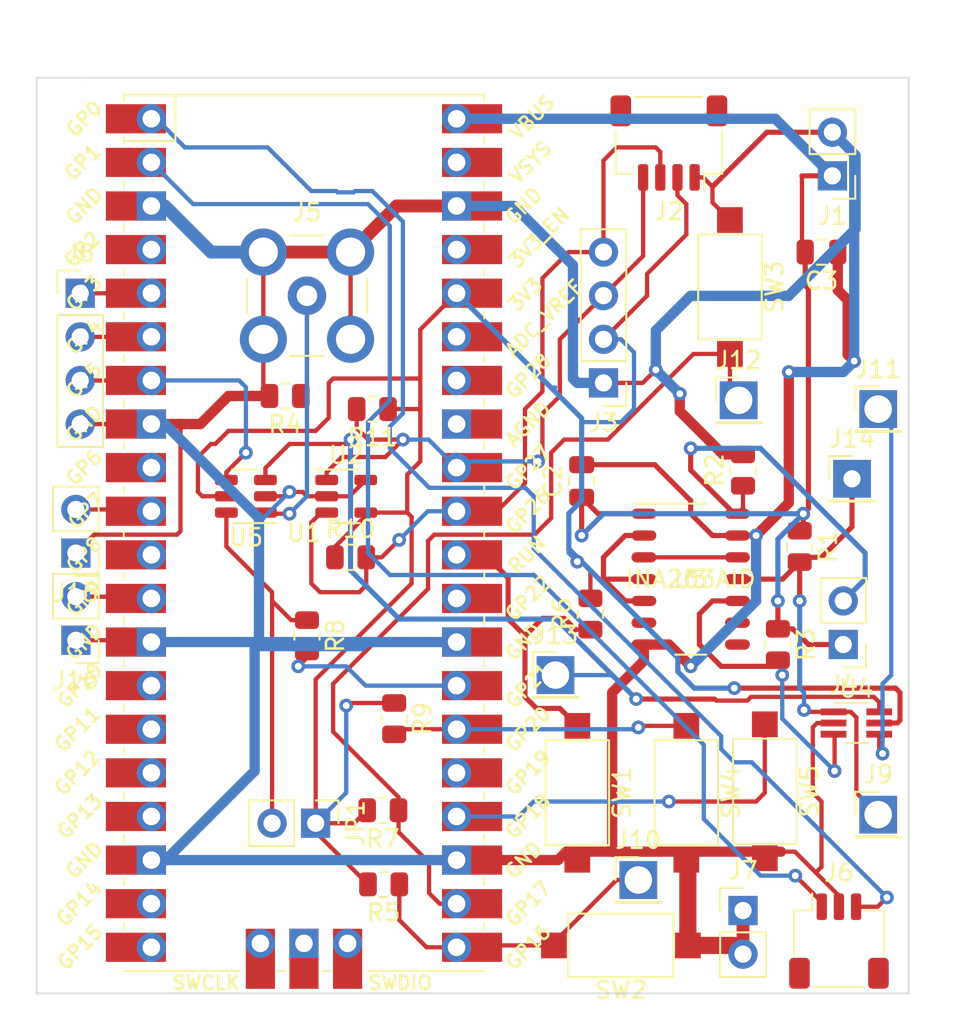
<source format=kicad_pcb>
(kicad_pcb (version 20221018) (generator pcbnew)
  (layers (0 "F.Cu" signal) (31 "B.Cu" signal) (34 "B.Paste" user) (35 "F.Paste" user) (36 "B.SilkS" user "B.Silkscreen") (37 "F.SilkS" user "F.Silkscreen") (38 "B.Mask" user) (39 "F.Mask" user) (44 "Edge.Cuts" user))
  (net 0 "")
  (net 1 "GND")
  (net 2 "+5V")
  (net 3 "+3.3V")
  (net 4 "Net-(J2-Pin_3)")
  (net 5 "Net-(J2-Pin_4)")
  (net 6 "Net-(J4-Pin_2)")
  (net 7 "Net-(J5-In)")
  (net 8 "Net-(J6-Pin_1)")
  (net 9 "Net-(J6-Pin_3)")
  (net 10 "Net-(J8-Pin_1)")
  (net 11 "Net-(J8-Pin_2)")
  (net 12 "Net-(J8-Pin_3)")
  (net 13 "Net-(J10-Pin_1)")
  (net 14 "Net-(J11-Pin_1)")
  (net 15 "Net-(J12-Pin_1)")
  (net 16 "Net-(J13-Pin_1)")
  (net 17 "Net-(J9-Pin_1)")
  (net 18 "Net-(JP1-B)")
  (net 19 "Net-(U3-CMP2_OUT)")
  (net 20 "Net-(U1-RUN)")
  (net 21 "Net-(U1-GPIO20)")
  (net 30 "Net-(U1-GPIO18)")
  (net 41 "Net-(U3-CMP1_IN+)")
  (net 42 "Net-(U3-1-2V_REF_OUT)")
  (net 46 "Net-(U1-GPIO21)")
  (net 47 "unconnected-(U1-GPIO12-Pad16)")
  (net 48 "Net-(J15-Pin_2)")
  (net 49 "Net-(J16-Pin_2)")
  (footprint "Connector_PinHeader_2.54mm:PinHeader_1x02_P2.54mm_Vertical" (layer "F.Cu") (at 120.396 107.701 180)
    (fp_text reference "J16")
    (fp_text value "jump")
  )
  (footprint "Resistor_SMD:R_0805_2012Metric" (layer "F.Cu") (at 150.368 106.172 90)
    (fp_text reference "R6")
    (fp_text value "R")
  )
  (footprint "Resistor_SMD:R_0805_2012Metric" (layer "F.Cu") (at 133.858 107.442 -90)
    (fp_text reference "R8")
    (fp_text value "R")
  )
  (footprint "Capacitor_SMD:C_0805_2012Metric" (layer "F.Cu") (at 149.86 98.425 90)
    (fp_text reference "C2")
    (fp_text value "10nF")
  )
  (footprint "Button_Switch_SMD:SW_SPST_CK_RS282G05A3" (layer "F.Cu") (at 158.496 87.122 -90)
    (fp_text reference "SW3")
    (fp_text value "SW_Push")
  )
  (footprint "Connector_PinHeader_2.54mm:PinHeader_1x04_P2.54mm_Vertical" (layer "F.Cu") (at 120.65 87.49)
    (fp_text reference "J8")
    (fp_text value "Conn_01x04")
  )
  (footprint "Connector_PinHeader_2.54mm:PinHeader_1x01_P2.54mm_Vertical" (layer "F.Cu") (at 148.336 109.728)
    (fp_text reference "J13")
    (fp_text value "Conn_01x01")
  )
  (footprint "Resistor_SMD:R_0805_2012Metric" (layer "F.Cu") (at 138.938 112.268 -90)
    (fp_text reference "R9")
    (fp_text value "R")
  )
  (footprint "Button_Switch_SMD:SW_SPST_CK_RS282G05A3" (layer "F.Cu") (at 149.606 116.586 -90)
    (fp_text reference "SW1")
    (fp_text value "SW_Push")
  )
  (footprint "Button_Switch_SMD:SW_SPST_CK_RS282G05A3" (layer "F.Cu") (at 160.528 116.496 -90)
    (fp_text reference "SW5")
    (fp_text value "SW_Push")
  )
  (footprint "Package_TO_SOT_SMD:SOT-23-5" (layer "F.Cu") (at 136.144 99.314)
    (fp_text reference "U2")
    (fp_text value "24AA02-OT")
  )
  (footprint "Connector_PinHeader_2.54mm:PinHeader_1x02_P2.54mm_Vertical" (layer "F.Cu") (at 134.366 118.359 -90)
    (fp_text reference "JP1")
    (fp_text value "Jumper_2_Open")
  )
  (footprint "Connector_PinHeader_2.54mm:PinHeader_1x02_P2.54mm_Vertical" (layer "F.Cu") (at 165.1 107.95 180)
    (fp_text reference "J4")
    (fp_text value "sensor")
  )
  (footprint "Connector_PinHeader_2.54mm:PinHeader_1x02_P2.54mm_Vertical" (layer "F.Cu") (at 164.465 80.65 180)
    (fp_text reference "J1")
    (fp_text value "power")
  )
  (footprint "Connector_JST:JST_SH_SM03B-SRSS-TB_1x03-1MP_P1.00mm_Horizontal" (layer "F.Cu") (at 164.846 125.222)
    (fp_text reference "J6")
    (fp_text value "Conn_01x03")
  )
  (footprint "Connector_PinHeader_2.54mm:PinHeader_1x01_P2.54mm_Vertical" (layer "F.Cu") (at 159.004 93.726)
    (fp_text reference "J12")
    (fp_text value "Conn_01x01")
  )
  (footprint "Capacitor_SMD:C_0805_2012Metric" (layer "F.Cu") (at 163.83 85.09 180)
    (fp_text reference "C3")
    (fp_text value "3.3uF")
  )
  (footprint "Resistor_SMD:R_0805_2012Metric" (layer "F.Cu") (at 138.3265 121.92 180)
    (fp_text reference "R5")
    (fp_text value "R")
  )
  (footprint "Resistor_SMD:R_0805_2012Metric" (layer "F.Cu") (at 159.258 97.79 90)
    (fp_text reference "R2")
    (fp_text value "R")
  )
  (footprint "Package_TO_SOT_SMD:SOT-23-6" (layer "F.Cu") (at 130.302 99.314 180)
    (fp_text reference "U5")
    (fp_text value "TS5A63157DBV")
  )
  (footprint "Package_TO_SOT_SMD:SOT-363_SC-70-6_Handsoldering" (layer "F.Cu") (at 165.862 112.522)
    (fp_text reference "U4")
    (fp_text value "74HC2G34GW")
  )
  (footprint "Resistor_SMD:R_0805_2012Metric" (layer "F.Cu") (at 132.588 93.472 180)
    (fp_text reference "R4")
    (fp_text value "R")
  )
  (footprint "Connector_PinHeader_2.54mm:PinHeader_1x01_P2.54mm_Vertical" (layer "F.Cu") (at 165.608 98.298)
    (fp_text reference "J14")
    (fp_text value "Conn_01x01")
  )
  (footprint "Connector_PinHeader_2.54mm:PinHeader_1x01_P2.54mm_Vertical" (layer "F.Cu") (at 167.132 94.234)
    (fp_text reference "J11")
    (fp_text value "Conn_01x01")
  )
  (footprint "Button_Switch_SMD:SW_SPST_CK_RS282G05A3" (layer "F.Cu") (at 155.956 116.586 -90)
    (fp_text reference "SW4")
    (fp_text value "SW_Push")
  )
  (footprint "Resistor_SMD:R_0805_2012Metric" (layer "F.Cu") (at 161.29 107.95 -90)
    (fp_text reference "R3")
    (fp_text value "R")
  )
  (footprint "Connector_PinHeader_2.54mm:PinHeader_1x02_P2.54mm_Vertical" (layer "F.Cu") (at 120.396 102.621 180)
    (fp_text reference "J15")
    (fp_text value "jump")
  )
  (footprint "Connector_PinHeader_2.54mm:PinHeader_1x01_P2.54mm_Vertical" (layer "F.Cu") (at 167.132 117.856)
    (fp_text reference "J9")
    (fp_text value "Conn_01x01")
  )
  (footprint "MCU_RaspberryPi_and_Boards:RPi_Pico_SMD_TH" (layer "F.Cu") (at 133.685 101.455)
    (fp_text reference "U1")
    (fp_text value "Pico")
  )
  (footprint "Resistor_SMD:R_0805_2012Metric" (layer "F.Cu") (at 162.56 102.235 -90)
    (fp_text reference "R1")
    (fp_text value "R")
  )
  (footprint "Connector_PinHeader_2.54mm:PinHeader_1x01_P2.54mm_Vertical" (layer "F.Cu") (at 153.162 121.666)
    (fp_text reference "J10")
    (fp_text value "Conn_01x01")
  )
  (footprint "Connector_JST:JST_SH_SM04B-SRSS-TB_1x04-1MP_P1.00mm_Horizontal" (layer "F.Cu") (at 154.94 78.74 180)
    (fp_text reference "J2")
    (fp_text value "i2c")
  )
  (footprint "INA203AID:INA203AID" (layer "F.Cu") (at 156.21 104.14)
    (fp_text reference "U3")
    (fp_text value "INA203AID")
  )
  (footprint "Connector_Coaxial:SMB_Jack_Vertical" (layer "F.Cu") (at 133.858 87.63)
    (fp_text reference "J5")
    (fp_text value "Conn_Coaxial")
  )
  (footprint "Button_Switch_SMD:SW_SPST_CK_RS282G05A3" (layer "F.Cu") (at 152.146 125.476 180)
    (fp_text reference "SW2")
    (fp_text value "SW_Push")
  )
  (footprint "Resistor_SMD:R_0805_2012Metric" (layer "F.Cu") (at 138.2795 117.602 180)
    (fp_text reference "R7")
    (fp_text value "R")
  )
  (footprint "Resistor_SMD:R_0805_2012Metric" (layer "F.Cu") (at 137.668 94.234 180)
    (fp_text reference "R11")
    (fp_text value "R")
  )
  (footprint "Connector_PinHeader_2.54mm:PinHeader_1x02_P2.54mm_Vertical" (layer "F.Cu") (at 159.258 123.444)
    (fp_text reference "J7")
    (fp_text value "ground")
  )
  (footprint "Resistor_SMD:R_0805_2012Metric" (layer "F.Cu") (at 136.398 102.87)
    (fp_text reference "R10")
    (fp_text value "R")
  )
  (footprint "Connector_PinHeader_2.54mm:PinHeader_1x04_P2.54mm_Vertical" (layer "F.Cu") (at 151.13 92.71 180)
    (fp_text reference "J3")
    (fp_text value "display")
  )
  (gr_line (start 168.91 74.93) (end 168.91 128.27) (stroke (width 0.1)) (layer "Edge.Cuts"))
  (gr_line (start 118.11 74.93) (end 120.65 74.93) (stroke (width 0.1)) (layer "Edge.Cuts"))
  (gr_line (start 168.91 128.27) (end 118.11 128.27) (stroke (width 0.1)) (layer "Edge.Cuts"))
  (gr_line (start 120.65 74.93) (end 168.91 74.93) (stroke (width 0.1)) (layer "Edge.Cuts"))
  (gr_line (start 118.11 128.27) (end 118.11 74.93) (stroke (width 0.1)) (layer "Edge.Cuts"))
  (segment (start 161.925 99.695) (end 161.925 92.075) (width 0.6) (layer "F.Cu") (net 1))
  (segment (start 165.354 91.059) (end 165.735 91.44) (width 0.6) (layer "F.Cu") (net 1))
  (segment (start 151.638 120.015) (end 159.893 120.015) (width 0.6) (layer "F.Cu") (net 1))
  (segment (start 156.046 125.476) (end 158.75 125.476) (width 1) (layer "F.Cu") (net 1))
  (segment (start 127.653 95.105) (end 129.286 93.472) (width 0.6) (layer "F.Cu") (net 1))
  (segment (start 132.842 99.06) (end 133.604 99.06) (width 0.25) (layer "F.Cu") (net 1))
  (segment (start 163.83 117.094) (end 163.83 120.904) (width 0.25) (layer "F.Cu") (net 1))
  (segment (start 156.94 80.74) (end 157.48 81.28) (width 0.25) (layer "F.Cu") (net 1))
  (segment (start 164.78 87.31) (end 165.354 87.884) (width 0.6) (layer "F.Cu") (net 1))
  (segment (start 158.75 125.476) (end 159.258 125.984) (width 0.25) (layer "F.Cu") (net 1))
  (segment (start 157.607 81.153) (end 157.48 81.28) (width 0.3) (layer "F.Cu") (net 1))
  (segment (start 131.318 90.17) (end 131.318 93.1145) (width 0.25) (layer "F.Cu") (net 1))
  (segment (start 153.416 92.71) (end 154.178 91.948) (width 0.25) (layer "F.Cu") (net 1))
  (segment (start 163.322 116.586) (end 163.83 117.094) (width 0.25) (layer "F.Cu") (net 1))
  (segment (start 151.13 92.71) (end 153.416 92.71) (width 0.25) (layer "F.Cu") (net 1))
  (segment (start 164.846 123.222) (end 164.846 122.5804) (width 0.25) (layer "F.Cu") (net 1))
  (segment (start 124.691 107.701) (end 124.795 107.805) (width 0.25) (layer "F.Cu") (net 1))
  (segment (start 148.481 120.505) (end 148.971 120.015) (width 0.6) (layer "F.Cu") (net 1))
  (segment (start 120.396 107.701) (end 124.691 107.701) (width 0.25) (layer "F.Cu") (net 1))
  (segment (start 164.465 78.11) (end 160.65 78.11) (width 0.3) (layer "F.Cu") (net 1))
  (segment (start 158.0915 96.8775) (end 159.258 96.8775) (width 0.6) (layer "F.Cu") (net 1))
  (segment (start 160.65 78.11) (end 157.607 81.153) (width 0.3) (layer "F.Cu") (net 1))
  (segment (start 165.354 87.884) (end 165.354 91.059) (width 0.6) (layer "F.Cu") (net 1))
  (segment (start 142.575 120.505) (end 148.481 120.505) (width 0.6) (layer "F.Cu") (net 1))
  (segment (start 164.846 122.5804) (end 163.4998 121.2342) (width 0.25) (layer "F.Cu") (net 1))
  (segment (start 131.318 85.09) (end 136.398 85.09) (width 0.75) (layer "F.Cu") (net 1))
  (segment (start 156.21 99.568) (end 156.21 100.33) (width 0.3) (layer "F.Cu") (net 1))
  (segment (start 164.532 112.522) (end 163.576 112.522) (width 0.25) (layer "F.Cu") (net 1))
  (segment (start 139.083 82.405) (end 142.575 82.405) (width 0.75) (layer "F.Cu") (net 1))
  (segment (start 154.94 107.95) (end 156.21 109.22) (width 0.6) (layer "F.Cu") (net 1))
  (segment (start 133.604 99.06) (end 133.858 99.314) (width 0.25) (layer "F.Cu") (net 1))
  (segment (start 126.288 101.55) (end 126.492 101.346) (width 0.25) (layer "F.Cu") (net 1))
  (segment (start 153.484999 108.897001) (end 151.638 110.744) (width 0.6) (layer "F.Cu") (net 1))
  (segment (start 149.86 97.475) (end 154.117 97.475) (width 0.3) (layer "F.Cu") (net 1))
  (segment (start 163.4998 121.2342) (end 162.2806 120.015) (width 0.25) (layer "F.Cu") (net 1))
  (segment (start 136.398 85.09) (end 136.398 90.17) (width 0.25) (layer "F.Cu") (net 1))
  (segment (start 132.588 99.314) (end 132.842 99.06) (width 0.25) (layer "F.Cu") (net 1))
  (segment (start 156.44 80.74) (end 156.94 80.74) (width 0.25) (layer "F.Cu") (net 1))
  (segment (start 131.318 90.17) (end 131.318 85.09) (width 0.25) (layer "F.Cu") (net 1))
  (segment (start 133.858 99.314) (end 135.0065 99.314) (width 0.25) (layer "F.Cu") (net 1))
  (segment (start 159.258 125.984) (end 159.258 123.444) (width 0.75) (layer "F.Cu") (net 1))
  (segment (start 162.2806 120.015) (end 161.4678 120.015) (width 0.25) (layer "F.Cu") (net 1))
  (segment (start 129.286 93.472) (end 131.6755 93.472) (width 0.6) (layer "F.Cu") (net 1))
  (segment (start 157.48 101.6) (end 158.934998 101.6) (width 0.3) (layer "F.Cu") (net 1))
  (segment (start 163.576 112.522) (end 163.322 112.776) (width 0.25) (layer "F.Cu") (net 1))
  (segment (start 151.638 110.744) (end 151.638 120.015) (width 0.6) (layer "F.Cu") (net 1))
  (segment (start 136.3315 99.314) (end 137.2815 98.364) (width 0.25) (layer "F.Cu") (net 1))
  (segment (start 153.484999 107.95) (end 154.94 107.95) (width 0.6) (layer "F.Cu") (net 1))
  (segment (start 121.467 101.55) (end 126.288 101.55) (width 0.25) (layer "F.Cu") (net 1))
  (segment (start 131.4395 99.314) (end 132.588 99.314) (width 0.25) (layer "F.Cu") (net 1))
  (segment (start 120.18 95.11) (end 124.79 95.11) (width 0.25) (layer "F.Cu") (net 1))
  (segment (start 153.416 108.018999) (end 153.484999 107.95) (width 0.6) (layer "F.Cu") (net 1))
  (segment (start 120.396 102.621) (end 121.467 101.55) (width 0.25) (layer "F.Cu") (net 1))
  (segment (start 156.046 120.576) (end 156.046 125.476) (width 1) (layer "F.Cu") (net 1))
  (segment (start 157.48 81.28) (end 157.48 82.206) (width 0.25) (layer "F.Cu") (net 1))
  (segment (start 154.117 97.475) (end 156.21 99.568) (width 0.3) (layer "F.Cu") (net 1))
  (segment (start 155.575 93.345) (end 155.575 94.361) (width 0.6) (layer "F.Cu") (net 1))
  (segment (start 157.48 82.206) (end 158.496 83.222) (width 0.25) (layer "F.Cu") (net 1))
  (segment (start 148.971 120.015) (end 151.638 120.015) (width 0.6) (layer "F.Cu") (net 1))
  (segment (start 126.492 95.105) (end 127.653 95.105) (width 0.6) (layer "F.Cu") (net 1))
  (segment (start 136.398 85.09) (end 139.083 82.405) (width 0.75) (layer "F.Cu") (net 1))
  (segment (start 135.0065 99.314) (end 136.3315 99.314) (width 0.25) (layer "F.Cu") (net 1))
  (segment (start 155.956 120.486) (end 156.046 120.576) (width 1) (layer "F.Cu") (net 1))
  (segment (start 160.02 101.6) (end 161.925 99.695) (width 0.6) (layer "F.Cu") (net 1))
  (segment (start 124.795 95.105) (end 126.492 95.105) (width 0.6) (layer "F.Cu") (net 1))
  (segment (start 158.934998 101.6) (end 160.02 101.6) (width 0.3) (layer "F.Cu") (net 1))
  (segment (start 161.4678 120.015) (end 159.893 120.015) (width 0.6) (layer "F.Cu") (net 1))
  (segment (start 155.575 94.361) (end 158.0915 96.8775) (width 0.6) (layer "F.Cu") (net 1))
  (segment (start 163.83 120.904) (end 163.4998 121.2342) (width 0.25) (layer "F.Cu") (net 1))
  (segment (start 156.21 100.33) (end 157.48 101.6) (width 0.3) (layer "F.Cu") (net 1))
  (segment (start 131.318 93.1145) (end 131.6755 93.472) (width 0.25) (layer "F.Cu") (net 1))
  (segment (start 164.78 85.09) (end 164.78 87.31) (width 0.6) (layer "F.Cu") (net 1))
  (segment (start 126.492 101.346) (end 126.492 95.105) (width 0.25) (layer "F.Cu") (net 1))
  (segment (start 163.322 112.776) (end 163.322 116.586) (width 0.25) (layer "F.Cu") (net 1))
  (segment (start 124.79 95.11) (end 124.795 95.105) (width 0.25) (layer "F.Cu") (net 1))
  (segment (start 153.484999 107.95) (end 153.484999 108.897001) (width 0.6) (layer "F.Cu") (net 1))
  (via (at 155.575 93.345) (size 0.8) (drill 0.4) (layers "F.Cu" "B.Cu") (net 1))
  (via (at 161.925 92.075) (size 0.8) (drill 0.4) (layers "F.Cu" "B.Cu") (net 1))
  (via (at 165.735 91.44) (size 0.8) (drill 0.4) (layers "F.Cu" "B.Cu") (net 1))
  (via (at 156.21 109.22) (size 0.8) (drill 0.4) (layers "F.Cu" "B.Cu") (net 1))
  (via (at 160.02 101.6) (size 0.8) (drill 0.4) (layers "F.Cu" "B.Cu") (net 1))
  (via (at 154.178 91.948) (size 0.8) (drill 0.4) (layers "F.Cu" "B.Cu") (net 1))
  (via (at 132.842 99.06) (size 0.8) (drill 0.4) (layers "F.Cu" "B.Cu") (net 1))
  (segment (start 161.925 92.075) (end 165.1 92.075) (width 0.6) (layer "B.Cu") (net 1))
  (segment (start 161.915 87.64) (end 165.815 83.74) (width 0.6) (layer "B.Cu") (net 1))
  (segment (start 145.905 82.405) (end 149.352 85.852) (width 0.6) (layer "B.Cu") (net 1))
  (segment (start 124.795 95.105) (end 125.585 95.105) (width 0.6) (layer "B.Cu") (net 1))
  (segment (start 165.815 79.46) (end 164.465 78.11) (width 0.6) (layer "B.Cu") (net 1))
  (segment (start 165.1 92.075) (end 165.735 91.44) (width 0.6) (layer "B.Cu") (net 1))
  (segment (start 164.465 78.11) (end 165.735 79.38) (width 0.3) (layer "B.Cu") (net 1))
  (segment (start 125.585 82.405) (end 128.27 85.09) (width 0.75) (layer "B.Cu") (net 1))
  (segment (start 165.815 83.74) (end 165.815 79.46) (width 0.6) (layer "B.Cu") (net 1))
  (segment (start 132.842 99.06) (end 131.318 100.584) (width 0.25) (layer "B.Cu") (net 1))
  (segment (start 154.178 89.662) (end 156.2 87.64) (width 0.6) (layer "B.Cu") (net 1))
  (segment (start 160.02 105.41) (end 160.02 101.6) (width 0.6) (layer "B.Cu") (net 1))
  (segment (start 156.2 87.64) (end 161.915 87.64) (width 0.6) (layer "B.Cu") (net 1))
  (segment (start 142.575 107.805) (end 137.305 107.805) (width 0.6) (layer "B.Cu") (net 1))
  (segment (start 131.318 100.584) (end 131.064 100.584) (width 0.25) (layer "B.Cu") (net 1))
  (segment (start 137.305 107.805) (end 124.795 107.805) (width 0.6) (layer "B.Cu") (net 1))
  (segment (start 156.21 109.22) (end 160.02 105.41) (width 0.6) (layer "B.Cu") (net 1))
  (segment (start 130.81 108.204) (end 130.969 108.045) (width 0.6) (layer "B.Cu") (net 1))
  (segment (start 165.735 79.38) (end 165.735 91.44) (width 0.6) (layer "B.Cu") (net 1))
  (segment (start 124.795 120.505) (end 142.575 120.505) (width 0.6) (layer "B.Cu") (net 1))
  (segment (start 125.585 95.105) (end 131.064 100.584) (width 0.6) (layer "B.Cu") (net 1))
  (segment (start 124.795 120.505) (end 125.621 120.505) (width 0.6) (layer "B.Cu") (net 1))
  (segment (start 149.352 92.456) (end 149.606 92.71) (width 0.6) (layer "B.Cu") (net 1))
  (segment (start 125.621 120.505) (end 130.81 115.316) (width 0.6) (layer "B.Cu") (net 1))
  (segment (start 149.606 92.71) (end 151.13 92.71) (width 0.6) (layer "B.Cu") (net 1))
  (segment (start 124.795 82.405) (end 125.585 82.405) (width 0.25) (layer "B.Cu") (net 1))
  (segment (start 130.969 108.045) (end 137.065 108.045) (width 0.6) (layer "B.Cu") (net 1))
  (segment (start 128.27 85.09) (end 131.318 85.09) (width 0.75) (layer "B.Cu") (net 1))
  (segment (start 154.178 91.948) (end 154.178 89.662) (width 0.6) (layer "B.Cu") (net 1))
  (segment (start 155.575 93.345) (end 154.178 91.948) (width 0.6) (layer "B.Cu") (net 1))
  (segment (start 149.352 85.852) (end 149.352 92.456) (width 0.6) (layer "B.Cu") (net 1))
  (segment (start 130.81 115.316) (end 130.81 108.204) (width 0.6) (layer "B.Cu") (net 1))
  (segment (start 142.575 82.405) (end 145.905 82.405) (width 0.6) (layer "B.Cu") (net 1))
  (segment (start 131.064 100.584) (end 131.064 107.805) (width 0.6) (layer "B.Cu") (net 1))
  (segment (start 137.065 108.045) (end 137.305 107.805) (width 0.6) (layer "B.Cu") (net 1))
  (segment (start 162.769339 100.33) (end 162.769339 101.113161) (width 0.3) (layer "F.Cu") (net 2))
  (segment (start 162.692 84.902) (end 162.692 80.65) (width 0.25) (layer "F.Cu") (net 2))
  (segment (start 161.29 107.0375) (end 162.1555 107.0375) (width 0.3) (layer "F.Cu") (net 2))
  (segment (start 162.88 85.09) (end 162.692 84.902) (width 0.25) (layer "F.Cu") (net 2))
  (segment (start 162.769339 101.113161) (end 162.56 101.3225) (width 0.3) (layer "F.Cu") (net 2))
  (segment (start 161.6475 106.68) (end 161.29 107.0375) (width 0.3) (layer "F.Cu") (net 2))
  (segment (start 149.86 99.375) (end 150.815 100.33) (width 0.3) (layer "F.Cu") (net 2))
  (segment (start 149.86 99.375) (end 149.86 101.6) (width 0.3) (layer "F.Cu") (net 2))
  (segment (start 162.692 80.65) (end 164.465 80.65) (width 0.3) (layer "F.Cu") (net 2))
  (segment (start 163.068 107.95) (end 165.1 107.95) (width 0.3) (layer "F.Cu") (net 2))
  (segment (start 163.068 87.229601) (end 162.88 87.041601) (width 0.3) (layer "F.Cu") (net 2))
  (segment (start 162.1555 107.0375) (end 163.068 107.95) (width 0.3) (layer "F.Cu") (net 2))
  (segment (start 162.88 87.041601) (end 162.88 85.09) (width 0.3) (layer "F.Cu") (net 2))
  (segment (start 162.769339 100.33) (end 163.068 100.031339) (width 0.3) (layer "F.Cu") (net 2))
  (segment (start 161.29 107.0375) (end 161.29 105.41) (width 0.3) (layer "F.Cu") (net 2))
  (segment (start 150.815 100.33) (end 153.484999 100.33) (width 0.3) (layer "F.Cu") (net 2))
  (segment (start 162.88 85.09) (end 162.56 85.41) (width 0.25) (layer "F.Cu") (net 2))
  (segment (start 163.068 100.031339) (end 163.068 87.229601) (width 0.3) (layer "F.Cu") (net 2))
  (via (at 149.86 101.6) (size 0.8) (drill 0.4) (layers "F.Cu" "B.Cu") (net 2))
  (via (at 161.29 105.41) (size 0.8) (drill 0.4) (layers "F.Cu" "B.Cu") (net 2))
  (via (at 162.769339 100.33) (size 0.8) (drill 0.4) (layers "F.Cu" "B.Cu") (net 2))
  (segment (start 142.575 77.325) (end 161.14 77.325) (width 0.6) (layer "B.Cu") (net 2))
  (segment (start 161.29 101.809339) (end 161.29 105.41) (width 0.3) (layer "B.Cu") (net 2))
  (segment (start 151.13 100.33) (end 149.86 101.6) (width 0.3) (layer "B.Cu") (net 2))
  (segment (start 162.769339 100.33) (end 151.13 100.33) (width 0.3) (layer "B.Cu") (net 2))
  (segment (start 161.14 77.325) (end 164.465 80.65) (width 0.6) (layer "B.Cu") (net 2))
  (segment (start 162.769339 100.33) (end 161.29 101.809339) (width 0.3) (layer "B.Cu") (net 2))
  (segment (start 136.61 118.359) (end 137.367 117.602) (width 0.25) (layer "F.Cu") (net 3))
  (segment (start 150.368 105.2595) (end 150.368 103.632) (width 0.25) (layer "F.Cu") (net 3))
  (segment (start 139.954 100.518) (end 139.7 100.264) (width 0.25) (layer "F.Cu") (net 3))
  (segment (start 155.44 81.78) (end 155.44 80.74) (width 0.25) (layer "F.Cu") (net 3))
  (segment (start 139.7 98.044) (end 140.462 97.282) (width 0.25) (layer "F.Cu") (net 3))
  (segment (start 155.956 82.296) (end 155.44 81.78) (width 0.25) (layer "F.Cu") (net 3))
  (segment (start 135.382 92.456) (end 140.462 92.456) (width 0.25) (layer "F.Cu") (net 3))
  (segment (start 127.508 97.028) (end 128.27 96.266) (width 0.25) (layer "F.Cu") (net 3))
  (segment (start 135.4855 102.2585) (end 137.2815 100.4625) (width 0.25) (layer "F.Cu") (net 3))
  (segment (start 140.462 92.456) (end 140.462 89.598) (width 0.25) (layer "F.Cu") (net 3))
  (segment (start 135.4855 102.87) (end 135.4855 102.2585) (width 0.25) (layer "F.Cu") (net 3))
  (segment (start 127.508 99.06) (end 127.508 97.028) (width 0.25) (layer "F.Cu") (net 3))
  (segment (start 137.414 121.92) (end 134.366 118.872) (width 0.25) (layer "F.Cu") (net 3))
  (segment (start 139.7 100.264) (end 139.7 98.044) (width 0.25) (layer "F.Cu") (net 3))
  (segment (start 134.366 118.359) (end 136.61 118.359) (width 0.25) (layer "F.Cu") (net 3))
  (segment (start 155.956 84.074) (end 155.956 82.296) (width 0.25) (layer "F.Cu") (net 3))
  (segment (start 139.7 100.264) (end 137.2815 100.264) (width 0.25) (layer "F.Cu") (net 3))
  (segment (start 135.128 92.71) (end 135.382 92.456) (width 0.25) (layer "F.Cu") (net 3))
  (segment (start 140.462 95.504) (end 140.462 94.234) (width 0.25) (layer "F.Cu") (net 3))
  (segment (start 140.462 97.282) (end 140.462 95.504) (width 0.25) (layer "F.Cu") (net 3))
  (segment (start 168.242 112.522) (end 167.192 112.522) (width 0.3) (layer "F.Cu") (net 3))
  (segment (start 137.2815 100.4625) (end 137.2815 100.264) (width 0.25) (layer "F.Cu") (net 3))
  (segment (start 168.402 110.744) (end 168.402 112.362) (width 0.3) (layer "F.Cu") (net 3))
  (segment (start 168.402 112.362) (end 168.242 112.522) (width 0.3) (layer "F.Cu") (net 3))
  (segment (start 151.13 90.17) (end 153.67 87.63) (width 0.25) (layer "F.Cu") (net 3))
  (segment (start 158.75 110.49) (end 168.148 110.49) (width 0.3) (layer "F.Cu") (net 3))
  (segment (start 140.462 89.598) (end 142.575 87.485) (width 0.25) (layer "F.Cu") (net 3))
  (segment (start 136.2945 111.3555) (end 136.144 111.506) (width 0.25) (layer "F.Cu") (net 3))
  (segment (start 134.366 95.504) (end 135.128 94.742) (width 0.25) (layer "F.Cu") (net 3))
  (segment (start 140.462 94.234) (end 140.462 93.726) (width 0.25) (layer "F.Cu") (net 3))
  (segment (start 127.762 99.314) (end 127.508 99.06) (width 0.25) (layer "F.Cu") (net 3))
  (segment (start 139.954 104.394) (end 139.954 100.518) (width 0.25) (layer "F.Cu") (net 3))
  (segment (start 129.1645 99.314) (end 127.762 99.314) (width 0.25) (layer "F.Cu") (net 3))
  (segment (start 153.67 87.63) (end 153.67 86.868) (width 0.25) (layer "F.Cu") (net 3))
  (segment (start 153.67 86.868) (end 153.67 86.36) (width 0.25) (layer "F.Cu") (net 3))
  (segment (start 168.148 110.49) (end 168.402 110.744) (width 0.3) (layer "F.Cu") (net 3))
  (segment (start 134.366 118.872) (end 134.366 118.359) (width 0.25) (layer "F.Cu") (net 3))
  (segment (start 149.86 103.124) (end 149.606 103.124) (width 0.25) (layer "F.Cu") (net 3))
  (segment (start 138.5805 94.234) (end 140.462 94.234) (width 0.25) (layer "F.Cu") (net 3))
  (segment (start 128.524 96.266) (end 129.286 95.504) (width 0.25) (layer "F.Cu") (net 3))
  (segment (start 134.366 109.982) (end 139.954 104.394) (width 0.25) (layer "F.Cu") (net 3))
  (segment (start 138.938 111.3555) (end 136.2945 111.3555) (width 0.25) (layer "F.Cu") (net 3))
  (segment (start 128.27 96.266) (end 128.524 96.266) (width 0.25) (layer "F.Cu") (net 3))
  (segment (start 135.128 94.742) (end 135.128 92.71) (width 0.25) (layer "F.Cu") (net 3))
  (segment (start 140.462 95.504) (end 140.462 92.964) (width 0.25) (layer "F.Cu") (net 3))
  (segment (start 134.366 118.359) (end 134.366 109.982) (width 0.25) (layer "F.Cu") (net 3))
  (segment (start 129.286 95.504) (end 134.366 95.504) (width 0.25) (layer "F.Cu") (net 3))
  (segment (start 140.462 92.964) (end 140.462 92.456) (width 0.25) (layer "F.Cu") (net 3))
  (segment (start 153.67 86.36) (end 155.956 84.074) (width 0.25) (layer "F.Cu") (net 3))
  (segment (start 150.368 103.632) (end 149.86 103.124) (width 0.25) (layer "F.Cu") (net 3))
  (via (at 158.75 110.49) (size 0.8) (drill 0.4) (layers "F.Cu" "B.Cu") (net 3))
  (via (at 149.606 103.124) (size 0.8) (drill 0.4) (layers "F.Cu" "B.Cu") (net 3))
  (via (at 136.144 111.506) (size 0.8) (drill 0.4) (layers "F.Cu" "B.Cu") (net 3))
  (segment (start 148.59 93.5) (end 149.86 94.77) (width 0.3) (layer "B.Cu") (net 3))
  (segment (start 149.11 102.374) (end 155.46 108.724) (width 0.3) (layer "B.Cu") (net 3))
  (segment (start 152.908 94.234) (end 152.146 94.996) (width 0.25) (layer "B.Cu") (net 3))
  (segment (start 149.11 100.318) (end 149.11 101.612) (width 0.3) (layer "B.Cu") (net 3))
  (segment (start 149.86 99.568) (end 149.11 100.318) (width 0.3) (layer "B.Cu") (net 3))
  (segment (start 136.144 116.581) (end 134.366 118.359) (width 0.25) (layer "B.Cu") (net 3))
  (segment (start 152.908 90.932) (end 152.908 94.234) (width 0.25) (layer "B.Cu") (net 3))
  (segment (start 136.144 111.506) (end 136.144 116.581) (width 0.25) (layer "B.Cu") (net 3))
  (segment (start 149.86 94.77) (end 149.86 94.996) (width 0.3) (layer "B.Cu") (net 3))
  (segment (start 148.322 92.978) (end 148.068 92.978) (width 0.25) (layer "B.Cu") (net 3))
  (segment (start 142.575 87.485) (end 148.068 92.978) (width 0.3) (layer "B.Cu") (net 3))
  (segment (start 151.13 90.17) (end 152.146 90.17) (width 0.25) (layer "B.Cu") (net 3))
  (segment (start 149.86 94.996) (end 149.86 99.568) (width 0.3) (layer "B.Cu") (net 3))
  (segment (start 149.11 101.612) (end 149.11 102.374) (width 0.3) (layer "B.Cu") (net 3))
  (segment (start 152.146 94.996) (end 149.86 94.996) (width 0.25) (layer "B.Cu") (net 3))
  (segment (start 155.46 108.724) (end 155.46 109.530661) (width 0.3) (layer "B.Cu") (net 3))
  (segment (start 152.146 90.17) (end 152.908 90.932) (width 0.25) (layer "B.Cu") (net 3))
  (segment (start 155.46 109.530661) (end 156.419339 110.49) (width 0.3) (layer "B.Cu") (net 3))
  (segment (start 148.068 92.978) (end 148.59 93.5) (width 0.3) (layer "B.Cu") (net 3))
  (segment (start 149.606 103.124) (end 149.11 102.628) (width 0.25) (layer "B.Cu") (net 3))
  (segment (start 156.419339 110.49) (end 158.75 110.49) (width 0.3) (layer "B.Cu") (net 3))
  (segment (start 149.11 102.628) (end 149.11 101.612) (width 0.25) (layer "B.Cu") (net 3))
  (segment (start 137.3105 104.4975) (end 137.3105 102.87) (width 0.25) (layer "F.Cu") (net 4))
  (segment (start 136.906 104.902) (end 137.3105 104.4975) (width 0.25) (layer "F.Cu") (net 4))
  (segment (start 154.44 79.256) (end 154.178 78.994) (width 0.25) (layer "F.Cu") (net 4))
  (segment (start 147.574 86.614) (end 149.098 85.09) (width 0.25) (layer "F.Cu") (net 4))
  (segment (start 134.62 104.902) (end 136.906 104.902) (width 0.25) (layer "F.Cu") (net 4))
  (segment (start 151.13 79.756) (end 151.13 85.09) (width 0.25) (layer "F.Cu") (net 4))
  (segment (start 151.892 78.994) (end 151.13 79.756) (width 0.25) (layer "F.Cu") (net 4))
  (segment (start 149.098 85.09) (end 151.13 85.09) (width 0.25) (layer "F.Cu") (net 4))
  (segment (start 139.2295 101.854) (end 138.2135 102.87) (width 0.25) (layer "F.Cu") (net 4))
  (segment (start 134.686 100.264) (end 134.112 100.838) (width 0.25) (layer "F.Cu") (net 4))
  (segment (start 135.0065 100.264) (end 134.686 100.264) (width 0.25) (layer "F.Cu") (net 4))
  (segment (start 146.558 94.234) (end 147.574 93.218) (width 0.25) (layer "F.Cu") (net 4))
  (segment (start 138.2135 102.87) (end 137.3105 102.87) (width 0.25) (layer "F.Cu") (net 4))
  (segment (start 146.558 98.552) (end 146.558 94.234) (width 0.25) (layer "F.Cu") (net 4))
  (segment (start 144.925 100.185) (end 146.558 98.552) (width 0.25) (layer "F.Cu") (net 4))
  (segment (start 134.112 104.394) (end 134.62 104.902) (width 0.25) (layer "F.Cu") (net 4))
  (segment (start 154.44 80.74) (end 154.44 79.256) (width 0.25) (layer "F.Cu") (net 4))
  (segment (start 154.178 78.994) (end 151.892 78.994) (width 0.25) (layer "F.Cu") (net 4))
  (segment (start 134.112 100.838) (end 134.112 104.394) (width 0.25) (layer "F.Cu") (net 4))
  (segment (start 142.575 100.185) (end 144.925 100.185) (width 0.25) (layer "F.Cu") (net 4))
  (segment (start 147.574 93.218) (end 147.574 86.614) (width 0.25) (layer "F.Cu") (net 4))
  (via (at 139.2295 101.854) (size 0.8) (drill 0.4) (layers "F.Cu" "B.Cu") (net 4))
  (segment (start 140.8985 100.185) (end 142.575 100.185) (width 0.25) (layer "B.Cu") (net 4))
  (segment (start 139.2295 101.854) (end 140.8985 100.185) (width 0.25) (layer "B.Cu") (net 4))
  (segment (start 147.574 97.028) (end 147.32 97.282) (width 0.25) (layer "F.Cu") (net 5))
  (segment (start 135.0065 98.364) (end 135.0065 97.9115) (width 0.25) (layer "F.Cu") (net 5))
  (segment (start 137.423305 96.012) (end 139.446 96.012) (width 0.25) (layer "F.Cu") (net 5))
  (segment (start 151.13 87.63) (end 148.59 90.17) (width 0.25) (layer "F.Cu") (net 5))
  (segment (start 148.59 93.472) (end 147.574 94.488) (width 0.25) (layer "F.Cu") (net 5))
  (segment (start 151.13 87.63) (end 153.44 85.32) (width 0.25) (layer "F.Cu") (net 5))
  (segment (start 136.7555 94.234) (end 136.7555 95.344195) (width 0.25) (layer "F.Cu") (net 5))
  (segment (start 147.574 94.488) (end 147.574 97.028) (width 0.25) (layer "F.Cu") (net 5))
  (segment (start 153.44 85.32) (end 153.44 80.74) (width 0.25) (layer "F.Cu") (net 5))
  (segment (start 135.0065 97.9115) (end 135.89 97.028) (width 0.25) (layer "F.Cu") (net 5))
  (segment (start 148.59 90.17) (end 148.59 93.472) (width 0.25) (layer "F.Cu") (net 5))
  (segment (start 144.29 97.645) (end 142.575 97.645) (width 0.3) (layer "F.Cu") (net 5))
  (segment (start 136.7555 95.344195) (end 137.423305 96.012) (width 0.25) (layer "F.Cu") (net 5))
  (segment (start 138.43 97.028) (end 139.446 96.012) (width 0.25) (layer "F.Cu") (net 5))
  (segment (start 135.89 97.028) (end 138.43 97.028) (width 0.25) (layer "F.Cu") (net 5))
  (via (at 147.32 97.282) (size 0.8) (drill 0.4) (layers "F.Cu" "B.Cu") (net 5))
  (via (at 139.446 96.012) (size 0.8) (drill 0.4) (layers "F.Cu" "B.Cu") (net 5))
  (segment (start 147.32 97.282) (end 142.938 97.282) (width 0.25) (layer "B.Cu") (net 5))
  (segment (start 139.446 96.012) (end 140.942 96.012) (width 0.25) (layer "B.Cu") (net 5))
  (segment (start 140.942 96.012) (end 142.575 97.645) (width 0.25) (layer "B.Cu") (net 5))
  (segment (start 142.938 97.282) (end 142.575 97.645) (width 0.25) (layer "B.Cu") (net 5))
  (segment (start 158.934998 100.33) (end 158.75 100.33) (width 0.3) (layer "F.Cu") (net 6))
  (segment (start 156.21 97.79) (end 156.21 96.52) (width 0.3) (layer "F.Cu") (net 6))
  (segment (start 159.258 100.006998) (end 158.934998 100.33) (width 0.25) (layer "F.Cu") (net 6))
  (segment (start 159.258 98.7025) (end 159.258 100.006998) (width 0.25) (layer "F.Cu") (net 6))
  (segment (start 158.75 100.33) (end 156.21 97.79) (width 0.3) (layer "F.Cu") (net 6))
  (via (at 156.21 96.52) (size 0.8) (drill 0.4) (layers "F.Cu" "B.Cu") (net 6))
  (segment (start 156.21 96.52) (end 160.274 96.52) (width 0.3) (layer "B.Cu") (net 6))
  (segment (start 160.274 96.52) (end 166.37 102.616) (width 0.3) (layer "B.Cu") (net 6))
  (segment (start 166.37 102.616) (end 166.37 104.14) (width 0.3) (layer "B.Cu") (net 6))
  (segment (start 166.37 104.14) (end 165.1 105.41) (width 0.3) (layer "B.Cu") (net 6))
  (segment (start 133.5005 93.472) (end 133.858 93.1145) (width 0.25) (layer "F.Cu") (net 7))
  (segment (start 133.858 93.1145) (end 133.858 87.63) (width 0.25) (layer "F.Cu") (net 7))
  (segment (start 132.842 100.33) (end 131.5055 100.33) (width 0.25) (layer "F.Cu") (net 7))
  (segment (start 131.5055 100.33) (end 131.4395 100.264) (width 0.25) (layer "F.Cu") (net 7))
  (via (at 132.842 100.33) (size 0.8) (drill 0.4) (layers "F.Cu" "B.Cu") (net 7))
  (segment (start 133.858 99.314) (end 133.858 87.63) (width 0.25) (layer "B.Cu") (net 7))
  (segment (start 132.842 100.33) (end 133.858 99.314) (width 0.25) (layer "B.Cu") (net 7))
  (segment (start 163.814 122.92) (end 163.814 123.19) (width 0.25) (layer "F.Cu") (net 8))
  (segment (start 163.814 123.19) (end 163.846 123.222) (width 0.25) (layer "F.Cu") (net 8))
  (segment (start 162.306 121.412) (end 163.814 122.92) (width 0.25) (layer "F.Cu") (net 8))
  (via (at 162.306 121.412) (size 0.8) (drill 0.4) (layers "F.Cu" "B.Cu") (net 8))
  (segment (start 147.066 103.886) (end 147.052 103.9) (width 0.25) (layer "B.Cu") (net 8))
  (segment (start 138.684 93.726) (end 138.684 83.566) (width 0.25) (layer "B.Cu") (net 8))
  (segment (start 160.274 121.412) (end 156.972 118.11) (width 0.25) (layer "B.Cu") (net 8))
  (segment (start 137.414 102.616) (end 137.414 94.996) (width 0.25) (layer "B.Cu") (net 8))
  (segment (start 138.698 103.9) (end 137.414 102.616) (width 0.25) (layer "B.Cu") (net 8))
  (segment (start 127.226 82.296) (end 124.795 79.865) (width 0.25) (layer "B.Cu") (net 8))
  (segment (start 162.306 121.412) (end 160.274 121.412) (width 0.25) (layer "B.Cu") (net 8))
  (segment (start 138.684 83.566) (end 137.414 82.296) (width 0.25) (layer "B.Cu") (net 8))
  (segment (start 156.972 113.792) (end 147.066 103.886) (width 0.25) (layer "B.Cu") (net 8))
  (segment (start 137.414 82.296) (end 127.226 82.296) (width 0.25) (layer "B.Cu") (net 8))
  (segment (start 147.052 103.9) (end 138.698 103.9) (width 0.25) (layer "B.Cu") (net 8))
  (segment (start 156.972 118.11) (end 156.972 113.792) (width 0.25) (layer "B.Cu") (net 8))
  (segment (start 137.414 94.996) (end 138.684 93.726) (width 0.25) (layer "B.Cu") (net 8))
  (segment (start 167.1 123.222) (end 167.64 122.682) (width 0.25) (layer "F.Cu") (net 9))
  (segment (start 165.846 123.222) (end 167.1 123.222) (width 0.25) (layer "F.Cu") (net 9))
  (via (at 167.64 122.682) (size 0.8) (drill 0.4) (layers "F.Cu" "B.Cu") (net 9))
  (segment (start 140.984 98.82) (end 138.684 96.52) (width 0.25) (layer "B.Cu") (net 9))
  (segment (start 157.988 113.284) (end 147.066 102.362) (width 0.25) (layer "B.Cu") (net 9))
  (segment (start 136.651992 81.534) (end 136.575991 81.610001) (width 0.25) (layer "B.Cu") (net 9))
  (segment (start 138.684 96.52) (end 138.684 95.25) (width 0.25) (layer "B.Cu") (net 9))
  (segment (start 137.668 81.534) (end 136.651992 81.534) (width 0.25) (layer "B.Cu") (net 9))
  (segment (start 126.746 78.994) (end 125.476 77.724) (width 0.25) (layer "B.Cu") (net 9))
  (segment (start 147.066 102.362) (end 147.066 99.314) (width 0.25) (layer "B.Cu") (net 9))
  (segment (start 134.112 81.534) (end 131.572 78.994) (width 0.25) (layer "B.Cu") (net 9))
  (segment (start 146.572 98.82) (end 140.984 98.82) (width 0.25) (layer "B.Cu") (net 9))
  (segment (start 138.684 95.25) (end 139.446 94.488) (width 0.25) (layer "B.Cu") (net 9))
  (segment (start 131.572 78.994) (end 126.746 78.994) (width 0.25) (layer "B.Cu") (net 9))
  (segment (start 135.568008 81.534) (end 134.112 81.534) (width 0.25) (layer "B.Cu") (net 9))
  (segment (start 158.75 114.808) (end 157.988 114.046) (width 0.25) (layer "B.Cu") (net 9))
  (segment (start 139.446 83.312) (end 137.668 81.534) (width 0.25) (layer "B.Cu") (net 9))
  (segment (start 147.066 99.314) (end 146.572 98.82) (width 0.25) (layer "B.Cu") (net 9))
  (segment (start 139.446 94.488) (end 139.446 83.312) (width 0.25) (layer "B.Cu") (net 9))
  (segment (start 135.644009 81.610001) (end 135.568008 81.534) (width 0.25) (layer "B.Cu") (net 9))
  (segment (start 159.766 114.808) (end 158.75 114.808) (width 0.25) (layer "B.Cu") (net 9))
  (segment (start 136.575991 81.610001) (end 135.644009 81.610001) (width 0.25) (layer "B.Cu") (net 9))
  (segment (start 157.988 114.046) (end 157.988 113.284) (width 0.25) (layer "B.Cu") (net 9))
  (segment (start 167.64 122.682) (end 159.766 114.808) (width 0.25) (layer "B.Cu") (net 9))
  (segment (start 120.18 87.49) (end 124.79 87.49) (width 0.25) (layer "F.Cu") (net 10))
  (segment (start 124.79 87.49) (end 124.795 87.485) (width 0.25) (layer "F.Cu") (net 10))
  (segment (start 120.18 90.03) (end 124.79 90.03) (width 0.25) (layer "F.Cu") (net 11))
  (segment (start 124.79 90.03) (end 124.795 90.025) (width 0.25) (layer "F.Cu") (net 11))
  (segment (start 124.79 92.57) (end 124.795 92.565) (width 0.25) (layer "F.Cu") (net 12))
  (segment (start 120.18 92.57) (end 124.79 92.57) (width 0.25) (layer "F.Cu") (net 12))
  (segment (start 129.1645 98.364) (end 129.1645 97.9115) (width 0.25) (layer "F.Cu") (net 12))
  (segment (start 129.1645 97.9115) (end 130.302 96.774) (width 0.25) (layer "F.Cu") (net 12))
  (via (at 130.302 96.774) (size 0.8) (drill 0.4) (layers "F.Cu" "B.Cu") (net 12))
  (segment (start 130.302 96.774) (end 130.302 92.964) (width 0.25) (layer "B.Cu") (net 12))
  (segment (start 129.903 92.565) (end 124.795 92.565) (width 0.25) (layer "B.Cu") (net 12))
  (segment (start 130.302 92.964) (end 129.903 92.565) (width 0.25) (layer "B.Cu") (net 12))
  (segment (start 148.246 125.476) (end 142.684 125.476) (width 0.25) (layer "F.Cu") (net 13))
  (segment (start 140.825 125.585) (end 142.575 125.585) (width 0.25) (layer "F.Cu") (net 13))
  (segment (start 139.239 123.999) (end 140.825 125.585) (width 0.25) (layer "F.Cu") (net 13))
  (segment (start 142.684 125.476) (end 142.575 125.585) (width 0.25) (layer "F.Cu") (net 13))
  (segment (start 148.246 125.312) (end 151.892 121.666) (width 0.25) (layer "F.Cu") (net 13))
  (segment (start 148.246 125.476) (end 148.246 125.312) (width 0.25) (layer "F.Cu") (net 13))
  (segment (start 151.892 121.666) (end 153.162 121.666) (width 0.25) (layer "F.Cu") (net 13))
  (segment (start 139.239 121.92) (end 139.239 123.999) (width 0.25) (layer "F.Cu") (net 13))
  (segment (start 167.192 114.106) (end 167.386 114.3) (width 0.25) (layer "F.Cu") (net 14))
  (segment (start 167.192 113.172) (end 167.192 114.106) (width 0.25) (layer "F.Cu") (net 14))
  (via (at 167.386 114.3) (size 0.8) (drill 0.4) (layers "F.Cu" "B.Cu") (net 14))
  (segment (start 167.894 94.996) (end 167.132 94.234) (width 0.25) (layer "B.Cu") (net 14))
  (segment (start 167.64 109.982) (end 167.894 109.728) (width 0.25) (layer "B.Cu") (net 14))
  (segment (start 167.386 114.3) (end 167.386 110.236) (width 0.25) (layer "B.Cu") (net 14))
  (segment (start 167.386 110.236) (end 167.894 109.728) (width 0.25) (layer "B.Cu") (net 14))
  (segment (start 167.894 109.728) (end 167.894 94.996) (width 0.25) (layer "B.Cu") (net 14))
  (segment (start 139.192 116.84) (end 139.192 117.602) (width 0.25) (layer "F.Cu") (net 15))
  (segment (start 148.082 96.774) (end 148.082 100.584) (width 0.25) (layer "F.Cu") (net 15))
  (segment (start 139.192 117.602) (end 139.192 118.872) (width 0.25) (layer "F.Cu") (net 15))
  (segment (start 140.97 122.428) (end 141.587 123.045) (width 0.25) (layer "F.Cu") (net 15))
  (segment (start 139.192 117.602) (end 138.938 117.348) (width 0.25) (layer "F.Cu") (net 15))
  (segment (start 148.082 100.584) (end 147.116 101.55) (width 0.25) (layer "F.Cu") (net 15))
  (segment (start 148.844 96.012) (end 148.082 96.774) (width 0.25) (layer "F.Cu") (net 15))
  (segment (start 140.912 104.706) (end 135.382 110.236) (width 0.25) (layer "F.Cu") (net 15))
  (segment (start 139.192 118.872) (end 140.97 120.65) (width 0.25) (layer "F.Cu") (net 15))
  (segment (start 151.384 96.012) (end 148.844 96.012) (width 0.25) (layer "F.Cu") (net 15))
  (segment (start 135.382 113.03) (end 139.192 116.84) (width 0.25) (layer "F.Cu") (net 15))
  (segment (start 140.912 101.912) (end 140.912 104.706) (width 0.25) (layer "F.Cu") (net 15))
  (segment (start 140.97 120.65) (end 140.97 122.428) (width 0.25) (layer "F.Cu") (net 15))
  (segment (start 158.496 91.022) (end 156.374 91.022) (width 0.25) (layer "F.Cu") (net 15))
  (segment (start 158.496 91.022) (end 158.496 93.218) (width 0.25) (layer "F.Cu") (net 15))
  (segment (start 158.496 93.218) (end 159.004 93.726) (width 0.25) (layer "F.Cu") (net 15))
  (segment (start 141.587 123.045) (end 142.575 123.045) (width 0.25) (layer "F.Cu") (net 15))
  (segment (start 135.382 110.236) (end 135.382 113.03) (width 0.25) (layer "F.Cu") (net 15))
  (segment (start 141.274 101.55) (end 140.912 101.912) (width 0.25) (layer "F.Cu") (net 15))
  (segment (start 147.116 101.55) (end 141.274 101.55) (width 0.25) (layer "F.Cu") (net 15))
  (segment (start 156.374 91.022) (end 151.384 96.012) (width 0.25) (layer "F.Cu") (net 15))
  (segment (start 159.512 111.215) (end 157.697 111.215) (width 0.25) (layer "F.Cu") (net 16))
  (segment (start 153.035 111.125) (end 157.607 111.125) (width 0.3) (layer "F.Cu") (net 16))
  (segment (start 157.697 111.215) (end 157.607 111.125) (width 0.25) (layer "F.Cu") (net 16))
  (segment (start 131.4395 98.364) (end 131.4395 97.6685) (width 0.25) (layer "F.Cu") (net 16))
  (segment (start 166.878 110.998) (end 159.729 110.998) (width 0.25) (layer "F.Cu") (net 16))
  (segment (start 132.842 96.266) (end 136.144 96.266) (width 0.25) (layer "F.Cu") (net 16))
  (segment (start 167.192 111.312) (end 166.878 110.998) (width 0.25) (layer "F.Cu") (net 16))
  (segment (start 136.144 96.266) (end 136.398 96.012) (width 0.25) (layer "F.Cu") (net 16))
  (segment (start 159.729 110.998) (end 159.512 111.215) (width 0.25) (layer "F.Cu") (net 16))
  (segment (start 167.192 111.872) (end 167.192 111.312) (width 0.25) (layer "F.Cu") (net 16))
  (segment (start 131.4395 97.6685) (end 132.842 96.266) (width 0.25) (layer "F.Cu") (net 16))
  (via (at 153.035 111.125) (size 0.8) (drill 0.4) (layers "F.Cu" "B.Cu") (net 16))
  (via (at 136.398 96.012) (size 0.8) (drill 0.4) (layers "F.Cu" "B.Cu") (net 16))
  (segment (start 139.231 106.465) (end 148.375 106.465) (width 0.3) (layer "B.Cu") (net 16))
  (segment (start 136.398 103.632) (end 139.231 106.465) (width 0.3) (layer "B.Cu") (net 16))
  (segment (start 136.398 96.012) (end 136.398 103.632) (width 0.3) (layer "B.Cu") (net 16))
  (segment (start 153.035 111.125) (end 151.638 109.728) (width 0.3) (layer "B.Cu") (net 16))
  (segment (start 148.375 106.465) (end 151.638 109.728) (width 0.3) (layer "B.Cu") (net 16))
  (segment (start 148.336 109.728) (end 151.638 109.728) (width 0.25) (layer "B.Cu") (net 16))
  (segment (start 162.814 111.76) (end 162.926 111.872) (width 0.25) (layer "F.Cu") (net 17))
  (segment (start 165.608 101.092) (end 165.608 98.298) (width 0.3) (layer "F.Cu") (net 17))
  (segment (start 165.862 112.202) (end 165.862 116.586) (width 0.25) (layer "F.Cu") (net 17))
  (segment (start 162.56 103.1475) (end 161.5675 104.14) (width 0.3) (layer "F.Cu") (net 17))
  (segment (start 162.926 111.872) (end 164.532 111.872) (width 0.25) (layer "F.Cu") (net 17))
  (segment (start 162.56 105.41) (end 162.56 103.1475) (width 0.3) (layer "F.Cu") (net 17))
  (segment (start 161.5675 104.14) (end 158.934998 104.14) (width 0.3) (layer "F.Cu") (net 17))
  (segment (start 162.56 103.1475) (end 162.8375 102.87) (width 0.3) (layer "F.Cu") (net 17))
  (segment (start 165.532 111.872) (end 165.862 112.202) (width 0.25) (layer "F.Cu") (net 17))
  (segment (start 162.8375 102.87) (end 163.83 102.87) (width 0.3) (layer "F.Cu") (net 17))
  (segment (start 164.532 111.872) (end 165.532 111.872) (width 0.25) (layer "F.Cu") (net 17))
  (segment (start 165.862 116.586) (end 167.132 117.856) (width 0.25) (layer "F.Cu") (net 17))
  (segment (start 163.83 102.87) (end 165.608 101.092) (width 0.3) (layer "F.Cu") (net 17))
  (via (at 162.56 105.41) (size 0.8) (drill 0.4) (layers "F.Cu" "B.Cu") (net 17))
  (via (at 162.814 111.76) (size 0.8) (drill 0.4) (layers "F.Cu" "B.Cu") (net 17))
  (segment (start 162.814 110.744) (end 162.56 110.49) (width 0.25) (layer "B.Cu") (net 17))
  (segment (start 162.814 111.76) (end 162.814 110.744) (width 0.25) (layer "B.Cu") (net 17))
  (segment (start 162.56 110.49) (end 162.56 105.41) (width 0.3) (layer "B.Cu") (net 17))
  (segment (start 129.1645 102.2405) (end 131.826 104.902) (width 0.25) (layer "F.Cu") (net 18))
  (segment (start 129.1645 100.264) (end 129.1645 102.2405) (width 0.25) (layer "F.Cu") (net 18))
  (segment (start 131.826 112.014) (end 131.826 113.792) (width 0.25) (layer "F.Cu") (net 18))
  (segment (start 131.826 105.41) (end 131.826 112.014) (width 0.25) (layer "F.Cu") (net 18))
  (segment (start 131.826 104.902) (end 131.826 105.41) (width 0.25) (layer "F.Cu") (net 18))
  (segment (start 131.826 113.792) (end 131.826 118.359) (width 0.25) (layer "F.Cu") (net 18))
  (segment (start 132.9455 106.5295) (end 131.826 105.41) (width 0.25) (layer "F.Cu") (net 18))
  (segment (start 133.858 106.5295) (end 132.9455 106.5295) (width 0.25) (layer "F.Cu") (net 18))
  (segment (start 156.718 106.172) (end 156.718 107.95) (width 0.3) (layer "F.Cu") (net 19))
  (segment (start 158.934998 105.41) (end 157.48 105.41) (width 0.3) (layer "F.Cu") (net 19))
  (segment (start 164.592 113.232) (end 164.532 113.172) (width 0.25) (layer "F.Cu") (net 19))
  (segment (start 157.48 105.41) (end 156.718 106.172) (width 0.3) (layer "F.Cu") (net 19))
  (segment (start 157.988 109.22) (end 160.9325 109.22) (width 0.3) (layer "F.Cu") (net 19))
  (segment (start 160.9325 109.22) (end 161.29 108.8625) (width 0.3) (layer "F.Cu") (net 19))
  (segment (start 156.718 107.95) (end 157.988 109.22) (width 0.3) (layer "F.Cu") (net 19))
  (segment (start 161.544 109.728) (end 161.544 109.1165) (width 0.25) (layer "F.Cu") (net 19))
  (segment (start 161.544 109.1165) (end 161.29 108.8625) (width 0.25) (layer "F.Cu") (net 19))
  (segment (start 164.592 115.316) (end 164.592 113.232) (width 0.25) (layer "F.Cu") (net 19))
  (via (at 161.544 109.728) (size 0.8) (drill 0.4) (layers "F.Cu" "B.Cu") (net 19))
  (via (at 164.592 115.316) (size 0.8) (drill 0.4) (layers "F.Cu" "B.Cu") (net 19))
  (segment (start 161.544 112.268) (end 161.544 109.728) (width 0.25) (layer "B.Cu") (net 19))
  (segment (start 164.592 115.316) (end 161.544 112.268) (width 0.25) (layer "B.Cu") (net 19))
  (segment (start 146.558 107.442) (end 147.574 106.426) (width 0.3) (layer "F.Cu") (net 20))
  (segment (start 150.368 107.0845) (end 149.5025 107.0845) (width 0.25) (layer "F.Cu") (net 20))
  (segment (start 147.574 106.426) (end 148.844 106.426) (width 0.3) (layer "F.Cu") (net 20))
  (segment (start 144.235 102.725) (end 145.575 104.065) (width 0.3) (layer "F.Cu") (net 20))
  (segment (start 145.575 106.459) (end 146.558 107.442) (width 0.3) (layer "F.Cu") (net 20))
  (segment (start 146.558 107.442) (end 146.558 110.998) (width 0.3) (layer "F.Cu") (net 20))
  (segment (start 148.844 106.426) (end 149.5025 107.0845) (width 0.3) (layer "F.Cu") (net 20))
  (segment (start 142.575 102.725) (end 144.235 102.725) (width 0.3) (layer "F.Cu") (net 20))
  (segment (start 145.575 104.065) (end 145.575 106.459) (width 0.3) (layer "F.Cu") (net 20))
  (segment (start 147.23 111.67) (end 148.59 111.67) (width 0.3) (layer "F.Cu") (net 20))
  (segment (start 146.558 110.998) (end 147.23 111.67) (width 0.3) (layer "F.Cu") (net 20))
  (segment (start 148.59 111.67) (end 149.606 112.686) (width 0.3) (layer "F.Cu") (net 20))
  (segment (start 139.2335 112.885) (end 142.575 112.885) (width 0.25) (layer "F.Cu") (net 21))
  (segment (start 155.956 112.686) (end 153.252 112.686) (width 0.25) (layer "F.Cu") (net 21))
  (segment (start 138.938 113.1805) (end 139.2335 112.885) (width 0.25) (layer "F.Cu") (net 21))
  (segment (start 153.252 112.686) (end 153.162 112.776) (width 0.25) (layer "F.Cu") (net 21))
  (via (at 153.162 112.776) (size 0.8) (drill 0.4) (layers "F.Cu" "B.Cu") (net 21))
  (segment (start 153.053 112.885) (end 142.575 112.885) (width 0.25) (layer "B.Cu") (net 21))
  (segment (start 153.162 112.776) (end 153.053 112.885) (width 0.25) (layer "B.Cu") (net 21))
  (segment (start 160.528 112.596) (end 160.528 116.586) (width 0.25) (layer "F.Cu") (net 30))
  (segment (start 160.528 116.586) (end 160.02 117.094) (width 0.25) (layer "F.Cu") (net 30))
  (segment (start 160.02 117.094) (end 154.94 117.094) (width 0.25) (layer "F.Cu") (net 30))
  (via (at 154.94 117.094) (size 0.8) (drill 0.4) (layers "F.Cu" "B.Cu") (net 30))
  (segment (start 147.066 117.094) (end 146.05 118.11) (width 0.25) (layer "B.Cu") (net 30))
  (segment (start 154.94 117.094) (end 147.066 117.094) (width 0.25) (layer "B.Cu") (net 30))
  (segment (start 145.905 117.965) (end 142.575 117.965) (width 0.25) (layer "B.Cu") (net 30))
  (segment (start 146.05 118.11) (end 145.905 117.965) (width 0.25) (layer "B.Cu") (net 30))
  (segment (start 152.4 101.6) (end 151.13 102.87) (width 0.3) (layer "F.Cu") (net 41))
  (segment (start 153.484999 101.6) (end 152.4 101.6) (width 0.3) (layer "F.Cu") (net 41))
  (segment (start 151.13 102.87) (end 151.13 104.14) (width 0.3) (layer "F.Cu") (net 41))
  (segment (start 152.4 105.41) (end 153.484999 105.41) (width 0.3) (layer "F.Cu") (net 41))
  (segment (start 153.484999 104.14) (end 151.13 104.14) (width 0.3) (layer "F.Cu") (net 41))
  (segment (start 151.13 104.14) (end 152.4 105.41) (width 0.3) (layer "F.Cu") (net 41))
  (segment (start 158.934998 102.87) (end 153.484999 102.87) (width 0.25) (layer "F.Cu") (net 42))
  (segment (start 133.858 108.712) (end 133.35 109.22) (width 0.25) (layer "F.Cu") (net 46))
  (via (at 133.35 109.22) (size 0.8) (drill 0.4) (layers "F.Cu" "B.Cu") (net 46))
  (segment (start 142.575 110.345) (end 137.269 110.345) (width 0.25) (layer "B.Cu") (net 46))
  (segment (start 137.269 110.345) (end 136.144 109.22) (width 0.25) (layer "B.Cu") (net 46))
  (segment (start 136.144 109.22) (end 133.35 109.22) (width 0.25) (layer "B.Cu") (net 46))
  (segment (start 124.79 115.43) (end 124.795 115.425) (width 0.25) (layer "F.Cu") (net 47))
  (segment (start 120.396 100.081) (end 124.691 100.081) (width 0.25) (layer "F.Cu") (net 48))
  (segment (start 124.691 100.081) (end 124.795 100.185) (width 0.25) (layer "F.Cu") (net 48))
  (segment (start 120.396 105.161) (end 124.691 105.161) (width 0.25) (layer "F.Cu") (net 49))
  (segment (start 124.691 105.161) (end 124.795 105.265) (width 0.25) (layer "F.Cu") (net 49))
)
</source>
